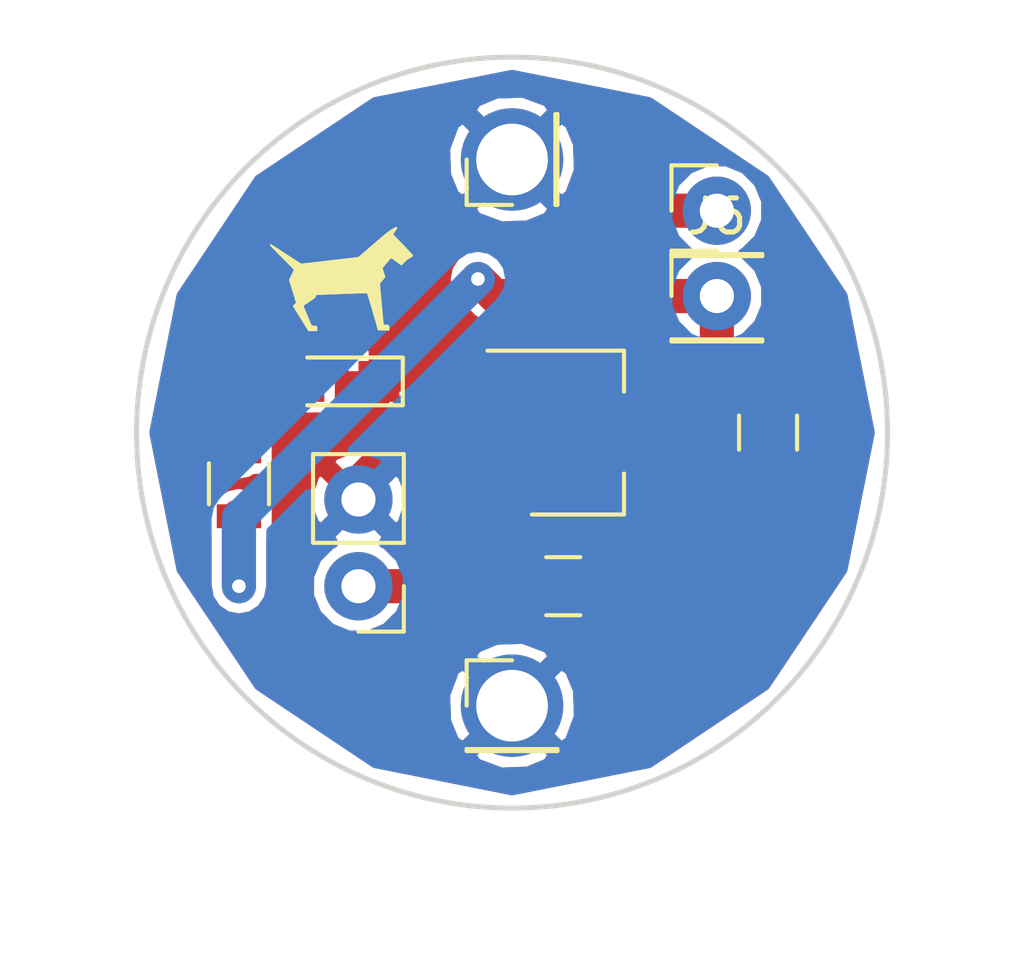
<source format=kicad_pcb>
(kicad_pcb (version 4) (host pcbnew 4.0.7-e2-6376~58~ubuntu16.04.1)

  (general
    (links 15)
    (no_connects 0)
    (area -11.075001 -10.075001 11.075001 12.075001)
    (thickness 1.6)
    (drawings 1)
    (tracks 28)
    (zones 0)
    (modules 11)
    (nets 5)
  )

  (page A4)
  (layers
    (0 F.Cu signal)
    (31 B.Cu signal)
    (32 B.Adhes user)
    (33 F.Adhes user)
    (34 B.Paste user)
    (35 F.Paste user)
    (36 B.SilkS user)
    (37 F.SilkS user)
    (38 B.Mask user)
    (39 F.Mask user)
    (40 Dwgs.User user)
    (41 Cmts.User user)
    (42 Eco1.User user)
    (43 Eco2.User user)
    (44 Edge.Cuts user)
    (45 Margin user)
    (46 B.CrtYd user)
    (47 F.CrtYd user)
    (48 B.Fab user)
    (49 F.Fab user)
  )

  (setup
    (last_trace_width 0.25)
    (user_trace_width 1)
    (trace_clearance 0.2)
    (zone_clearance 0.3)
    (zone_45_only no)
    (trace_min 0.2)
    (segment_width 0.2)
    (edge_width 0.15)
    (via_size 0.6)
    (via_drill 0.4)
    (via_min_size 0.4)
    (via_min_drill 0.3)
    (uvia_size 0.3)
    (uvia_drill 0.1)
    (uvias_allowed no)
    (uvia_min_size 0.2)
    (uvia_min_drill 0.1)
    (pcb_text_width 0.3)
    (pcb_text_size 1.5 1.5)
    (mod_edge_width 0.15)
    (mod_text_size 1 1)
    (mod_text_width 0.15)
    (pad_size 2 2)
    (pad_drill 1)
    (pad_to_mask_clearance 0.2)
    (aux_axis_origin 0 0)
    (visible_elements FFFFFF5F)
    (pcbplotparams
      (layerselection 0x01000_00000001)
      (usegerberextensions true)
      (excludeedgelayer true)
      (linewidth 0.100000)
      (plotframeref false)
      (viasonmask false)
      (mode 1)
      (useauxorigin false)
      (hpglpennumber 1)
      (hpglpenspeed 20)
      (hpglpendiameter 15)
      (hpglpenoverlay 2)
      (psnegative false)
      (psa4output false)
      (plotreference true)
      (plotvalue true)
      (plotinvisibletext false)
      (padsonsilk false)
      (subtractmaskfromsilk false)
      (outputformat 1)
      (mirror false)
      (drillshape 0)
      (scaleselection 1)
      (outputdirectory NEWGerbers_rotate90_thruVCC/))
  )

  (net 0 "")
  (net 1 VCC)
  (net 2 GND)
  (net 3 "Net-(C2-Pad1)")
  (net 4 "Net-(D1-Pad2)")

  (net_class Default "This is the default net class."
    (clearance 0.2)
    (trace_width 0.25)
    (via_dia 0.6)
    (via_drill 0.4)
    (uvia_dia 0.3)
    (uvia_drill 0.1)
    (add_net GND)
    (add_net "Net-(C2-Pad1)")
    (add_net "Net-(D1-Pad2)")
    (add_net VCC)
  )

  (module Pin_Headers:Pin_Header_Straight_1x02_Pitch2.54mm (layer F.Cu) (tedit 5A1D6291) (tstamp 5A0763B8)
    (at -4.5 5.5 180)
    (descr "Through hole straight pin header, 1x02, 2.54mm pitch, single row")
    (tags "Through hole pin header THT 1x02 2.54mm single row")
    (path /5A076339)
    (fp_text reference J1 (at 0 -2.33 180) (layer F.SilkS) hide
      (effects (font (size 1 1) (thickness 0.15)))
    )
    (fp_text value Conn_01x02 (at 0 4.87 180) (layer F.Fab)
      (effects (font (size 1 1) (thickness 0.15)))
    )
    (fp_line (start -0.635 -1.27) (end 1.27 -1.27) (layer F.Fab) (width 0.1))
    (fp_line (start 1.27 -1.27) (end 1.27 3.81) (layer F.Fab) (width 0.1))
    (fp_line (start 1.27 3.81) (end -1.27 3.81) (layer F.Fab) (width 0.1))
    (fp_line (start -1.27 3.81) (end -1.27 -0.635) (layer F.Fab) (width 0.1))
    (fp_line (start -1.27 -0.635) (end -0.635 -1.27) (layer F.Fab) (width 0.1))
    (fp_line (start -1.33 3.87) (end 1.33 3.87) (layer F.SilkS) (width 0.12))
    (fp_line (start -1.33 1.27) (end -1.33 3.87) (layer F.SilkS) (width 0.12))
    (fp_line (start 1.33 1.27) (end 1.33 3.87) (layer F.SilkS) (width 0.12))
    (fp_line (start -1.33 1.27) (end 1.33 1.27) (layer F.SilkS) (width 0.12))
    (fp_line (start -1.33 0) (end -1.33 -1.33) (layer F.SilkS) (width 0.12))
    (fp_line (start -1.33 -1.33) (end 0 -1.33) (layer F.SilkS) (width 0.12))
    (fp_line (start -1.8 -1.8) (end -1.8 4.35) (layer F.CrtYd) (width 0.05))
    (fp_line (start -1.8 4.35) (end 1.8 4.35) (layer F.CrtYd) (width 0.05))
    (fp_line (start 1.8 4.35) (end 1.8 -1.8) (layer F.CrtYd) (width 0.05))
    (fp_line (start 1.8 -1.8) (end -1.8 -1.8) (layer F.CrtYd) (width 0.05))
    (fp_text user %R (at 0 1.27 270) (layer F.Fab)
      (effects (font (size 1 1) (thickness 0.15)))
    )
    (pad 1 thru_hole circle (at 0 0 180) (size 2 2) (drill 1) (layers *.Cu *.Mask)
      (net 1 VCC))
    (pad 2 thru_hole circle (at 0 2.54 180) (size 2 2) (drill 1) (layers *.Cu *.Mask)
      (net 2 GND))
    (model ${KISYS3DMOD}/Pin_Headers.3dshapes/Pin_Header_Straight_1x02_Pitch2.54mm.wrl
      (at (xyz 0 0 0))
      (scale (xyz 1 1 1))
      (rotate (xyz 0 0 0))
    )
  )

  (module TO_SOT_Packages_SMD:SOT-89-3_Handsoldering (layer F.Cu) (tedit 5A1D629B) (tstamp 5A0763C7)
    (at 1.5 1)
    (descr "SOT-89-3 Handsoldering")
    (tags "SOT-89-3 Handsoldering")
    (path /5A0762C8)
    (attr smd)
    (fp_text reference U1 (at 0.45 -3.3) (layer F.SilkS) hide
      (effects (font (size 1 1) (thickness 0.15)))
    )
    (fp_text value L78L05_SOT89 (at 0.5 3.15) (layer F.Fab)
      (effects (font (size 1 1) (thickness 0.15)))
    )
    (fp_text user %R (at 0.38 0 90) (layer F.Fab)
      (effects (font (size 0.6 0.6) (thickness 0.09)))
    )
    (fp_line (start -3.5 2.55) (end 4.25 2.55) (layer F.CrtYd) (width 0.05))
    (fp_line (start 4.25 2.55) (end 4.25 -2.55) (layer F.CrtYd) (width 0.05))
    (fp_line (start 4.25 -2.55) (end -3.5 -2.55) (layer F.CrtYd) (width 0.05))
    (fp_line (start -3.5 -2.55) (end -3.5 2.55) (layer F.CrtYd) (width 0.05))
    (fp_line (start 1.78 1.2) (end 1.78 2.4) (layer F.SilkS) (width 0.12))
    (fp_line (start 1.78 2.4) (end -0.92 2.4) (layer F.SilkS) (width 0.12))
    (fp_line (start -2.22 -2.4) (end 1.78 -2.4) (layer F.SilkS) (width 0.12))
    (fp_line (start 1.78 -2.4) (end 1.78 -1.2) (layer F.SilkS) (width 0.12))
    (fp_line (start -0.92 -1.51) (end -0.13 -2.3) (layer F.Fab) (width 0.1))
    (fp_line (start 1.68 -2.3) (end 1.68 2.3) (layer F.Fab) (width 0.1))
    (fp_line (start 1.68 2.3) (end -0.92 2.3) (layer F.Fab) (width 0.1))
    (fp_line (start -0.92 2.3) (end -0.92 -1.51) (layer F.Fab) (width 0.1))
    (fp_line (start -0.13 -2.3) (end 1.68 -2.3) (layer F.Fab) (width 0.1))
    (pad 1 smd rect (at -1.98 -1.5 270) (size 1 2.5) (layers F.Cu F.Paste F.Mask)
      (net 3 "Net-(C2-Pad1)"))
    (pad 2 smd rect (at -1.98 0 270) (size 1 2.5) (layers F.Cu F.Paste F.Mask)
      (net 2 GND))
    (pad 3 smd rect (at -1.98 1.5 270) (size 1 2.5) (layers F.Cu F.Paste F.Mask)
      (net 1 VCC))
    (pad 2 smd rect (at 1.98 0 270) (size 2 4) (layers F.Cu F.Paste F.Mask)
      (net 2 GND))
    (pad 2 smd trapezoid (at -0.37 0 90) (size 1.5 0.75) (rect_delta 0 0.5 ) (layers F.Cu F.Paste F.Mask)
      (net 2 GND))
    (model ${KISYS3DMOD}/TO_SOT_Packages_SMD.3dshapes/SOT-89-3.wrl
      (at (xyz 0 0 0))
      (scale (xyz 1 1 1))
      (rotate (xyz 0 0 0))
    )
  )

  (module Pin_Headers:Pin_Header_Straight_1x01_Pitch2.54mm (layer F.Cu) (tedit 5A1D6268) (tstamp 5A09ABE2)
    (at 0 -7 90)
    (descr "Through hole straight pin header, 1x01, 2.54mm pitch, single row")
    (tags "Through hole pin header THT 1x01 2.54mm single row")
    (path /5A09ABCE)
    (fp_text reference J3 (at 0 -2.33 90) (layer F.SilkS) hide
      (effects (font (size 1 1) (thickness 0.15)))
    )
    (fp_text value Conn_01x01 (at 0 2.33 90) (layer F.Fab)
      (effects (font (size 1 1) (thickness 0.15)))
    )
    (fp_line (start -0.635 -1.27) (end 1.27 -1.27) (layer F.Fab) (width 0.1))
    (fp_line (start 1.27 -1.27) (end 1.27 1.27) (layer F.Fab) (width 0.1))
    (fp_line (start 1.27 1.27) (end -1.27 1.27) (layer F.Fab) (width 0.1))
    (fp_line (start -1.27 1.27) (end -1.27 -0.635) (layer F.Fab) (width 0.1))
    (fp_line (start -1.27 -0.635) (end -0.635 -1.27) (layer F.Fab) (width 0.1))
    (fp_line (start -1.33 1.33) (end 1.33 1.33) (layer F.SilkS) (width 0.12))
    (fp_line (start -1.33 1.27) (end -1.33 1.33) (layer F.SilkS) (width 0.12))
    (fp_line (start 1.33 1.27) (end 1.33 1.33) (layer F.SilkS) (width 0.12))
    (fp_line (start -1.33 1.27) (end 1.33 1.27) (layer F.SilkS) (width 0.12))
    (fp_line (start -1.33 0) (end -1.33 -1.33) (layer F.SilkS) (width 0.12))
    (fp_line (start -1.33 -1.33) (end 0 -1.33) (layer F.SilkS) (width 0.12))
    (fp_line (start -1.8 -1.8) (end -1.8 1.8) (layer F.CrtYd) (width 0.05))
    (fp_line (start -1.8 1.8) (end 1.8 1.8) (layer F.CrtYd) (width 0.05))
    (fp_line (start 1.8 1.8) (end 1.8 -1.8) (layer F.CrtYd) (width 0.05))
    (fp_line (start 1.8 -1.8) (end -1.8 -1.8) (layer F.CrtYd) (width 0.05))
    (fp_text user %R (at 0 0 180) (layer F.Fab)
      (effects (font (size 1 1) (thickness 0.15)))
    )
    (pad 1 thru_hole circle (at 0 0 90) (size 3 3) (drill 2.1) (layers *.Cu *.Mask)
      (net 2 GND))
    (model ${KISYS3DMOD}/Pin_Headers.3dshapes/Pin_Header_Straight_1x01_Pitch2.54mm.wrl
      (at (xyz 0 0 0))
      (scale (xyz 1 1 1))
      (rotate (xyz 0 0 0))
    )
  )

  (module Pin_Headers:Pin_Header_Straight_1x01_Pitch2.54mm (layer F.Cu) (tedit 5A1D62C2) (tstamp 5A09ABE7)
    (at 0 9)
    (descr "Through hole straight pin header, 1x01, 2.54mm pitch, single row")
    (tags "Through hole pin header THT 1x01 2.54mm single row")
    (path /5A09ABB1)
    (fp_text reference J4 (at 0 -2.33) (layer F.SilkS) hide
      (effects (font (size 1 1) (thickness 0.15)))
    )
    (fp_text value Conn_01x01 (at 0 2.33) (layer F.Fab)
      (effects (font (size 1 1) (thickness 0.15)))
    )
    (fp_line (start -0.635 -1.27) (end 1.27 -1.27) (layer F.Fab) (width 0.1))
    (fp_line (start 1.27 -1.27) (end 1.27 1.27) (layer F.Fab) (width 0.1))
    (fp_line (start 1.27 1.27) (end -1.27 1.27) (layer F.Fab) (width 0.1))
    (fp_line (start -1.27 1.27) (end -1.27 -0.635) (layer F.Fab) (width 0.1))
    (fp_line (start -1.27 -0.635) (end -0.635 -1.27) (layer F.Fab) (width 0.1))
    (fp_line (start -1.33 1.33) (end 1.33 1.33) (layer F.SilkS) (width 0.12))
    (fp_line (start -1.33 1.27) (end -1.33 1.33) (layer F.SilkS) (width 0.12))
    (fp_line (start 1.33 1.27) (end 1.33 1.33) (layer F.SilkS) (width 0.12))
    (fp_line (start -1.33 1.27) (end 1.33 1.27) (layer F.SilkS) (width 0.12))
    (fp_line (start -1.33 0) (end -1.33 -1.33) (layer F.SilkS) (width 0.12))
    (fp_line (start -1.33 -1.33) (end 0 -1.33) (layer F.SilkS) (width 0.12))
    (fp_line (start -1.8 -1.8) (end -1.8 1.8) (layer F.CrtYd) (width 0.05))
    (fp_line (start -1.8 1.8) (end 1.8 1.8) (layer F.CrtYd) (width 0.05))
    (fp_line (start 1.8 1.8) (end 1.8 -1.8) (layer F.CrtYd) (width 0.05))
    (fp_line (start 1.8 -1.8) (end -1.8 -1.8) (layer F.CrtYd) (width 0.05))
    (fp_text user %R (at 0 0 90) (layer F.Fab)
      (effects (font (size 1 1) (thickness 0.15)))
    )
    (pad 1 thru_hole circle (at 0 0) (size 3 3) (drill 2.1) (layers *.Cu *.Mask)
      (net 2 GND))
    (model ${KISYS3DMOD}/Pin_Headers.3dshapes/Pin_Header_Straight_1x01_Pitch2.54mm.wrl
      (at (xyz 0 0 0))
      (scale (xyz 1 1 1))
      (rotate (xyz 0 0 0))
    )
  )

  (module Pin_Headers:Pin_Header_Straight_1x01_Pitch2.54mm (layer F.Cu) (tedit 5A1D644F) (tstamp 5A09AE84)
    (at 6 -5.5)
    (descr "Through hole straight pin header, 1x01, 2.54mm pitch, single row")
    (tags "Through hole pin header THT 1x01 2.54mm single row")
    (path /5A09AE36)
    (fp_text reference J5 (at 0 -2.33) (layer F.SilkS) hide
      (effects (font (size 1 1) (thickness 0.15)))
    )
    (fp_text value Conn_01x01 (at 0 2.33) (layer F.Fab)
      (effects (font (size 1 1) (thickness 0.15)))
    )
    (fp_line (start -0.635 -1.27) (end 1.27 -1.27) (layer F.Fab) (width 0.1))
    (fp_line (start 1.27 -1.27) (end 1.27 1.27) (layer F.Fab) (width 0.1))
    (fp_line (start 1.27 1.27) (end -1.27 1.27) (layer F.Fab) (width 0.1))
    (fp_line (start -1.27 1.27) (end -1.27 -0.635) (layer F.Fab) (width 0.1))
    (fp_line (start -1.27 -0.635) (end -0.635 -1.27) (layer F.Fab) (width 0.1))
    (fp_line (start -1.33 1.33) (end 1.33 1.33) (layer F.SilkS) (width 0.12))
    (fp_line (start -1.33 1.27) (end -1.33 1.33) (layer F.SilkS) (width 0.12))
    (fp_line (start 1.33 1.27) (end 1.33 1.33) (layer F.SilkS) (width 0.12))
    (fp_line (start -1.33 1.27) (end 1.33 1.27) (layer F.SilkS) (width 0.12))
    (fp_line (start -1.33 0) (end -1.33 -1.33) (layer F.SilkS) (width 0.12))
    (fp_line (start -1.33 -1.33) (end 0 -1.33) (layer F.SilkS) (width 0.12))
    (fp_line (start -1.8 -1.8) (end -1.8 1.8) (layer F.CrtYd) (width 0.05))
    (fp_line (start -1.8 1.8) (end 1.8 1.8) (layer F.CrtYd) (width 0.05))
    (fp_line (start 1.8 1.8) (end 1.8 -1.8) (layer F.CrtYd) (width 0.05))
    (fp_line (start 1.8 -1.8) (end -1.8 -1.8) (layer F.CrtYd) (width 0.05))
    (fp_text user %R (at 0 0 90) (layer F.Fab)
      (effects (font (size 1 1) (thickness 0.15)))
    )
    (pad 1 thru_hole circle (at 0 0) (size 2 2) (drill 1) (layers *.Cu *.Mask)
      (net 3 "Net-(C2-Pad1)"))
    (model ${KISYS3DMOD}/Pin_Headers.3dshapes/Pin_Header_Straight_1x01_Pitch2.54mm.wrl
      (at (xyz 0 0 0))
      (scale (xyz 1 1 1))
      (rotate (xyz 0 0 0))
    )
  )

  (module Pin_Headers:Pin_Header_Straight_1x01_Pitch2.54mm (layer F.Cu) (tedit 5A09AEB6) (tstamp 5A09AE89)
    (at 6 -3)
    (descr "Through hole straight pin header, 1x01, 2.54mm pitch, single row")
    (tags "Through hole pin header THT 1x01 2.54mm single row")
    (path /5A09AE57)
    (fp_text reference J6 (at 0 -2.33) (layer F.SilkS)
      (effects (font (size 1 1) (thickness 0.15)))
    )
    (fp_text value Conn_01x01 (at 0 2.33) (layer F.Fab)
      (effects (font (size 1 1) (thickness 0.15)))
    )
    (fp_line (start -0.635 -1.27) (end 1.27 -1.27) (layer F.Fab) (width 0.1))
    (fp_line (start 1.27 -1.27) (end 1.27 1.27) (layer F.Fab) (width 0.1))
    (fp_line (start 1.27 1.27) (end -1.27 1.27) (layer F.Fab) (width 0.1))
    (fp_line (start -1.27 1.27) (end -1.27 -0.635) (layer F.Fab) (width 0.1))
    (fp_line (start -1.27 -0.635) (end -0.635 -1.27) (layer F.Fab) (width 0.1))
    (fp_line (start -1.33 1.33) (end 1.33 1.33) (layer F.SilkS) (width 0.12))
    (fp_line (start -1.33 1.27) (end -1.33 1.33) (layer F.SilkS) (width 0.12))
    (fp_line (start 1.33 1.27) (end 1.33 1.33) (layer F.SilkS) (width 0.12))
    (fp_line (start -1.33 1.27) (end 1.33 1.27) (layer F.SilkS) (width 0.12))
    (fp_line (start -1.33 0) (end -1.33 -1.33) (layer F.SilkS) (width 0.12))
    (fp_line (start -1.33 -1.33) (end 0 -1.33) (layer F.SilkS) (width 0.12))
    (fp_line (start -1.8 -1.8) (end -1.8 1.8) (layer F.CrtYd) (width 0.05))
    (fp_line (start -1.8 1.8) (end 1.8 1.8) (layer F.CrtYd) (width 0.05))
    (fp_line (start 1.8 1.8) (end 1.8 -1.8) (layer F.CrtYd) (width 0.05))
    (fp_line (start 1.8 -1.8) (end -1.8 -1.8) (layer F.CrtYd) (width 0.05))
    (fp_text user %R (at 0 0 90) (layer F.Fab)
      (effects (font (size 1 1) (thickness 0.15)))
    )
    (pad 1 thru_hole circle (at 0 0) (size 2 2) (drill 1) (layers *.Cu *.Mask)
      (net 3 "Net-(C2-Pad1)"))
    (model ${KISYS3DMOD}/Pin_Headers.3dshapes/Pin_Header_Straight_1x01_Pitch2.54mm.wrl
      (at (xyz 0 0 0))
      (scale (xyz 1 1 1))
      (rotate (xyz 0 0 0))
    )
  )

  (module Kicad_Projects:doglogov3 (layer F.Cu) (tedit 0) (tstamp 5A1C8CFA)
    (at -5 -3.5)
    (fp_text reference G*** (at 0 0) (layer F.SilkS) hide
      (effects (font (thickness 0.3)))
    )
    (fp_text value LOGO (at 0.75 0) (layer F.SilkS) hide
      (effects (font (thickness 0.3)))
    )
    (fp_poly (pts (xy 1.627198 -1.519824) (xy 1.630104 -1.517074) (xy 1.63328 -1.510753) (xy 1.633329 -1.50217)
      (xy 1.62978 -1.490332) (xy 1.62216 -1.474243) (xy 1.61 -1.452908) (xy 1.592827 -1.425332)
      (xy 1.57017 -1.39052) (xy 1.570142 -1.390477) (xy 1.515343 -1.307365) (xy 1.713326 -1.101993)
      (xy 1.779395 -1.033372) (xy 1.838541 -0.971759) (xy 1.890972 -0.916929) (xy 1.936901 -0.868656)
      (xy 1.976536 -0.826714) (xy 2.01009 -0.790879) (xy 2.037772 -0.760924) (xy 2.059792 -0.736624)
      (xy 2.076362 -0.717754) (xy 2.087692 -0.704089) (xy 2.093992 -0.695402) (xy 2.095304 -0.692902)
      (xy 2.097487 -0.685794) (xy 2.097572 -0.679281) (xy 2.094677 -0.672641) (xy 2.08792 -0.665148)
      (xy 2.07642 -0.656079) (xy 2.059295 -0.644708) (xy 2.035663 -0.630312) (xy 2.004642 -0.612166)
      (xy 1.979108 -0.597448) (xy 1.948265 -0.578414) (xy 1.919807 -0.557771) (xy 1.891784 -0.53384)
      (xy 1.862243 -0.504943) (xy 1.829236 -0.469402) (xy 1.825922 -0.465702) (xy 1.807933 -0.445902)
      (xy 1.791892 -0.428881) (xy 1.779199 -0.416079) (xy 1.771257 -0.408937) (xy 1.76977 -0.408004)
      (xy 1.763679 -0.406756) (xy 1.756191 -0.407818) (xy 1.746277 -0.411793) (xy 1.732903 -0.419286)
      (xy 1.715039 -0.430899) (xy 1.691652 -0.447238) (xy 1.661712 -0.468905) (xy 1.64592 -0.480485)
      (xy 1.607896 -0.50827) (xy 1.572209 -0.534017) (xy 1.539771 -0.557091) (xy 1.511493 -0.576857)
      (xy 1.488287 -0.592681) (xy 1.471065 -0.603927) (xy 1.460737 -0.609961) (xy 1.45886 -0.610742)
      (xy 1.453184 -0.607458) (xy 1.441368 -0.59619) (xy 1.423469 -0.577002) (xy 1.399545 -0.54996)
      (xy 1.369655 -0.51513) (xy 1.333856 -0.472578) (xy 1.292206 -0.422368) (xy 1.286347 -0.415261)
      (xy 1.203675 -0.314901) (xy 1.244457 -0.189019) (xy 1.255423 -0.155019) (xy 1.265274 -0.124184)
      (xy 1.273594 -0.097838) (xy 1.279969 -0.077301) (xy 1.283985 -0.063897) (xy 1.28524 -0.059012)
      (xy 1.282155 -0.053915) (xy 1.273614 -0.042403) (xy 1.260682 -0.025848) (xy 1.244429 -0.005624)
      (xy 1.23063 0.011214) (xy 1.210232 0.035904) (xy 1.190006 0.060386) (xy 1.171737 0.0825)
      (xy 1.157209 0.100087) (xy 1.151633 0.106837) (xy 1.127246 0.13636) (xy 1.165703 0.56221)
      (xy 1.176018 0.676269) (xy 1.185464 0.780397) (xy 1.19406 0.874783) (xy 1.201822 0.959618)
      (xy 1.20877 1.035092) (xy 1.21492 1.101394) (xy 1.22029 1.158715) (xy 1.224899 1.207244)
      (xy 1.228764 1.247171) (xy 1.231903 1.278686) (xy 1.234333 1.30198) (xy 1.236073 1.317242)
      (xy 1.23699 1.323859) (xy 1.239698 1.339618) (xy 1.297607 1.34247) (xy 1.333958 1.345183)
      (xy 1.36181 1.350062) (xy 1.382091 1.358265) (xy 1.395726 1.370949) (xy 1.403643 1.38927)
      (xy 1.406769 1.414386) (xy 1.40603 1.447453) (xy 1.403797 1.475029) (xy 1.400506 1.509879)
      (xy 1.255243 1.50656) (xy 1.216903 1.50561) (xy 1.181093 1.504581) (xy 1.1493 1.503528)
      (xy 1.123012 1.502504) (xy 1.103716 1.501563) (xy 1.092899 1.500759) (xy 1.0922 1.500668)
      (xy 1.07442 1.498094) (xy 1.006146 1.260857) (xy 0.976492 1.157949) (xy 0.949383 1.064161)
      (xy 0.924623 0.978826) (xy 0.902016 0.901281) (xy 0.881367 0.83086) (xy 0.862478 0.7669)
      (xy 0.845156 0.708734) (xy 0.829204 0.6557) (xy 0.814425 0.607131) (xy 0.800626 0.562364)
      (xy 0.796752 0.54991) (xy 0.755182 0.41656) (xy 0.690845 0.41656) (xy 0.671543 0.416753)
      (xy 0.642924 0.417314) (xy 0.605823 0.418214) (xy 0.561075 0.419424) (xy 0.509515 0.420914)
      (xy 0.451979 0.422656) (xy 0.3893 0.42462) (xy 0.322315 0.426777) (xy 0.251859 0.429099)
      (xy 0.178766 0.431555) (xy 0.103871 0.434118) (xy 0.028011 0.436758) (xy -0.047981 0.439446)
      (xy -0.123269 0.442153) (xy -0.197018 0.444849) (xy -0.268392 0.447507) (xy -0.336558 0.450096)
      (xy -0.400679 0.452588) (xy -0.459921 0.454953) (xy -0.513448 0.457163) (xy -0.560426 0.459188)
      (xy -0.600019 0.461) (xy -0.631393 0.462569) (xy -0.632361 0.46262) (xy -0.66373 0.464542)
      (xy -0.691816 0.466719) (xy -0.714965 0.468987) (xy -0.731529 0.471179) (xy -0.739855 0.473133)
      (xy -0.740311 0.473411) (xy -0.745273 0.482243) (xy -0.746872 0.492112) (xy -0.751954 0.516492)
      (xy -0.766241 0.541068) (xy -0.788897 0.564505) (xy -0.795709 0.569982) (xy -0.807188 0.578351)
      (xy -0.825876 0.591458) (xy -0.850509 0.608438) (xy -0.879819 0.628427) (xy -0.912541 0.650559)
      (xy -0.94741 0.67397) (xy -0.968696 0.688177) (xy -1.111891 0.783541) (xy -1.101645 0.8096)
      (xy -1.090813 0.836822) (xy -1.076627 0.871961) (xy -1.059682 0.913574) (xy -1.040571 0.960216)
      (xy -1.019888 1.010444) (xy -0.998229 1.062814) (xy -0.976186 1.115881) (xy -0.954354 1.168202)
      (xy -0.940472 1.20133) (xy -0.919513 1.250748) (xy -0.902031 1.290855) (xy -0.887933 1.321849)
      (xy -0.877125 1.343931) (xy -0.869514 1.357301) (xy -0.865189 1.362104) (xy -0.856574 1.363901)
      (xy -0.840303 1.366173) (xy -0.818852 1.368604) (xy -0.798789 1.370526) (xy -0.765279 1.374174)
      (xy -0.740699 1.379257) (xy -0.723822 1.387133) (xy -0.713418 1.39916) (xy -0.708258 1.416695)
      (xy -0.707113 1.441097) (xy -0.708515 1.470261) (xy -0.712178 1.524) (xy -0.963515 1.524)
      (xy -1.189148 1.162358) (xy -1.223551 1.107161) (xy -1.256401 1.05435) (xy -1.287297 1.004573)
      (xy -1.315842 0.958476) (xy -1.341637 0.916708) (xy -1.364284 0.879913) (xy -1.383383 0.848741)
      (xy -1.398537 0.823838) (xy -1.409346 0.80585) (xy -1.415413 0.795426) (xy -1.416619 0.793041)
      (xy -1.413746 0.786449) (xy -1.404132 0.774507) (xy -1.388819 0.758401) (xy -1.371683 0.741933)
      (xy -1.32491 0.6985) (xy -1.426995 0.36718) (xy -1.444207 0.311219) (xy -1.460507 0.258029)
      (xy -1.475651 0.208418) (xy -1.489396 0.163194) (xy -1.501497 0.123165) (xy -1.511711 0.089141)
      (xy -1.519793 0.06193) (xy -1.525499 0.04234) (xy -1.528586 0.031179) (xy -1.52908 0.02889)
      (xy -1.526927 0.022728) (xy -1.520832 0.00863) (xy -1.511342 -0.012225) (xy -1.499004 -0.038658)
      (xy -1.484363 -0.069492) (xy -1.467968 -0.103546) (xy -1.461281 -0.11731) (xy -1.444209 -0.152448)
      (xy -1.428499 -0.184932) (xy -1.414728 -0.213558) (xy -1.403473 -0.23712) (xy -1.395312 -0.254412)
      (xy -1.390823 -0.264228) (xy -1.390208 -0.265725) (xy -1.391065 -0.268728) (xy -1.395054 -0.274639)
      (xy -1.402516 -0.283813) (xy -1.413793 -0.296605) (xy -1.429226 -0.313371) (xy -1.449156 -0.334465)
      (xy -1.473924 -0.360244) (xy -1.503873 -0.391063) (xy -1.539343 -0.427277) (xy -1.580675 -0.469241)
      (xy -1.628212 -0.517312) (xy -1.682295 -0.571844) (xy -1.740286 -0.630199) (xy -1.798931 -0.689191)
      (xy -1.850795 -0.741426) (xy -1.896281 -0.78733) (xy -1.935795 -0.827327) (xy -1.969741 -0.861843)
      (xy -1.998525 -0.891302) (xy -2.022552 -0.916129) (xy -2.042225 -0.93675) (xy -2.05795 -0.953589)
      (xy -2.070132 -0.967071) (xy -2.079176 -0.977623) (xy -2.085486 -0.985667) (xy -2.089468 -0.99163)
      (xy -2.091525 -0.995937) (xy -2.092063 -0.999012) (xy -2.092029 -0.999475) (xy -2.088359 -1.010402)
      (xy -2.078765 -1.014767) (xy -2.07679 -1.015035) (xy -2.072803 -1.014913) (xy -2.067355 -1.013569)
      (xy -2.059993 -1.01072) (xy -2.050264 -1.006083) (xy -2.037714 -0.999373) (xy -2.021891 -0.990306)
      (xy -2.002341 -0.9786) (xy -1.978611 -0.963969) (xy -1.950247 -0.946131) (xy -1.916796 -0.924802)
      (xy -1.877805 -0.899698) (xy -1.832821 -0.870534) (xy -1.781391 -0.837028) (xy -1.72306 -0.798896)
      (xy -1.657376 -0.755854) (xy -1.583886 -0.707617) (xy -1.54686 -0.683295) (xy -1.506543 -0.656925)
      (xy -1.46396 -0.629285) (xy -1.420397 -0.601194) (xy -1.377141 -0.573472) (xy -1.335478 -0.546936)
      (xy -1.296695 -0.522405) (xy -1.262079 -0.500697) (xy -1.232916 -0.482632) (xy -1.210494 -0.469027)
      (xy -1.204277 -0.465354) (xy -1.171573 -0.446241) (xy -1.097597 -0.454513) (xy -1.052739 -0.459556)
      (xy -1.001131 -0.465405) (xy -0.94347 -0.471979) (xy -0.880454 -0.479195) (xy -0.812779 -0.486973)
      (xy -0.741142 -0.495232) (xy -0.666241 -0.503888) (xy -0.588772 -0.512862) (xy -0.509432 -0.522072)
      (xy -0.428919 -0.531435) (xy -0.347929 -0.540871) (xy -0.267161 -0.550298) (xy -0.187309 -0.559634)
      (xy -0.109073 -0.568798) (xy -0.033148 -0.577709) (xy 0.039768 -0.586285) (xy 0.108979 -0.594444)
      (xy 0.173786 -0.602105) (xy 0.233493 -0.609187) (xy 0.287404 -0.615607) (xy 0.33482 -0.621285)
      (xy 0.375046 -0.626138) (xy 0.407383 -0.630086) (xy 0.431135 -0.633047) (xy 0.445605 -0.634939)
      (xy 0.44704 -0.635141) (xy 0.465012 -0.637604) (xy 0.479322 -0.639353) (xy 0.486366 -0.63998)
      (xy 0.492554 -0.642695) (xy 0.504635 -0.650822) (xy 0.522765 -0.664492) (xy 0.547099 -0.683836)
      (xy 0.577793 -0.708984) (xy 0.615004 -0.740068) (xy 0.658887 -0.777218) (xy 0.709598 -0.820565)
      (xy 0.767292 -0.87024) (xy 0.832127 -0.926374) (xy 0.904257 -0.989097) (xy 0.9525 -1.031169)
      (xy 1.020176 -1.090156) (xy 1.080911 -1.142867) (xy 1.135334 -1.189799) (xy 1.184077 -1.231447)
      (xy 1.227772 -1.268306) (xy 1.26705 -1.300874) (xy 1.302542 -1.329647) (xy 1.33488 -1.355119)
      (xy 1.364695 -1.377788) (xy 1.392618 -1.398149) (xy 1.419281 -1.416699) (xy 1.445316 -1.433933)
      (xy 1.471353 -1.450348) (xy 1.498024 -1.46644) (xy 1.52596 -1.482704) (xy 1.530621 -1.485373)
      (xy 1.562338 -1.502845) (xy 1.586834 -1.514701) (xy 1.605129 -1.521266) (xy 1.618243 -1.522865)
      (xy 1.627198 -1.519824)) (layer F.SilkS) (width 0.01))
  )

  (module Capacitors_SMD:C_0805 (layer F.Cu) (tedit 5A1D62B7) (tstamp 5A1D5C3F)
    (at 1.5 5.5)
    (descr "Capacitor SMD 0805, reflow soldering, AVX (see smccp.pdf)")
    (tags "capacitor 0805")
    (path /5A1D5883)
    (attr smd)
    (fp_text reference C1 (at 0 -1.5) (layer F.SilkS) hide
      (effects (font (size 1 1) (thickness 0.15)))
    )
    (fp_text value C (at 0 1.75) (layer F.Fab)
      (effects (font (size 1 1) (thickness 0.15)))
    )
    (fp_text user %R (at 0 -1.5) (layer F.Fab)
      (effects (font (size 1 1) (thickness 0.15)))
    )
    (fp_line (start -1 0.62) (end -1 -0.62) (layer F.Fab) (width 0.1))
    (fp_line (start 1 0.62) (end -1 0.62) (layer F.Fab) (width 0.1))
    (fp_line (start 1 -0.62) (end 1 0.62) (layer F.Fab) (width 0.1))
    (fp_line (start -1 -0.62) (end 1 -0.62) (layer F.Fab) (width 0.1))
    (fp_line (start 0.5 -0.85) (end -0.5 -0.85) (layer F.SilkS) (width 0.12))
    (fp_line (start -0.5 0.85) (end 0.5 0.85) (layer F.SilkS) (width 0.12))
    (fp_line (start -1.75 -0.88) (end 1.75 -0.88) (layer F.CrtYd) (width 0.05))
    (fp_line (start -1.75 -0.88) (end -1.75 0.87) (layer F.CrtYd) (width 0.05))
    (fp_line (start 1.75 0.87) (end 1.75 -0.88) (layer F.CrtYd) (width 0.05))
    (fp_line (start 1.75 0.87) (end -1.75 0.87) (layer F.CrtYd) (width 0.05))
    (pad 1 smd rect (at -1 0) (size 1 1.25) (layers F.Cu F.Paste F.Mask)
      (net 1 VCC))
    (pad 2 smd rect (at 1 0) (size 1 1.25) (layers F.Cu F.Paste F.Mask)
      (net 2 GND))
    (model Capacitors_SMD.3dshapes/C_0805.wrl
      (at (xyz 0 0 0))
      (scale (xyz 1 1 1))
      (rotate (xyz 0 0 0))
    )
  )

  (module Capacitors_SMD:C_0805 (layer F.Cu) (tedit 5A1D62AD) (tstamp 5A1D5C45)
    (at 7.5 1 270)
    (descr "Capacitor SMD 0805, reflow soldering, AVX (see smccp.pdf)")
    (tags "capacitor 0805")
    (path /5A1D5D19)
    (attr smd)
    (fp_text reference C2 (at 0 -1.5 270) (layer F.SilkS) hide
      (effects (font (size 1 1) (thickness 0.15)))
    )
    (fp_text value C (at 0 1.75 270) (layer F.Fab)
      (effects (font (size 1 1) (thickness 0.15)))
    )
    (fp_text user %R (at 0 -1.5 270) (layer F.Fab)
      (effects (font (size 1 1) (thickness 0.15)))
    )
    (fp_line (start -1 0.62) (end -1 -0.62) (layer F.Fab) (width 0.1))
    (fp_line (start 1 0.62) (end -1 0.62) (layer F.Fab) (width 0.1))
    (fp_line (start 1 -0.62) (end 1 0.62) (layer F.Fab) (width 0.1))
    (fp_line (start -1 -0.62) (end 1 -0.62) (layer F.Fab) (width 0.1))
    (fp_line (start 0.5 -0.85) (end -0.5 -0.85) (layer F.SilkS) (width 0.12))
    (fp_line (start -0.5 0.85) (end 0.5 0.85) (layer F.SilkS) (width 0.12))
    (fp_line (start -1.75 -0.88) (end 1.75 -0.88) (layer F.CrtYd) (width 0.05))
    (fp_line (start -1.75 -0.88) (end -1.75 0.87) (layer F.CrtYd) (width 0.05))
    (fp_line (start 1.75 0.87) (end 1.75 -0.88) (layer F.CrtYd) (width 0.05))
    (fp_line (start 1.75 0.87) (end -1.75 0.87) (layer F.CrtYd) (width 0.05))
    (pad 1 smd rect (at -1 0 270) (size 1 1.25) (layers F.Cu F.Paste F.Mask)
      (net 3 "Net-(C2-Pad1)"))
    (pad 2 smd rect (at 1 0 270) (size 1 1.25) (layers F.Cu F.Paste F.Mask)
      (net 2 GND))
    (model Capacitors_SMD.3dshapes/C_0805.wrl
      (at (xyz 0 0 0))
      (scale (xyz 1 1 1))
      (rotate (xyz 0 0 0))
    )
  )

  (module LEDs:LED_0805 (layer F.Cu) (tedit 5A1D62D8) (tstamp 5A1D5C4B)
    (at -5 -0.5 180)
    (descr "LED 0805 smd package")
    (tags "LED led 0805 SMD smd SMT smt smdled SMDLED smtled SMTLED")
    (path /5A1D5942)
    (attr smd)
    (fp_text reference D1 (at 0 -1.45 180) (layer F.SilkS) hide
      (effects (font (size 1 1) (thickness 0.15)))
    )
    (fp_text value LED (at 0 1.55 180) (layer F.Fab)
      (effects (font (size 1 1) (thickness 0.15)))
    )
    (fp_line (start -1.8 -0.7) (end -1.8 0.7) (layer F.SilkS) (width 0.12))
    (fp_line (start -0.4 -0.4) (end -0.4 0.4) (layer F.Fab) (width 0.1))
    (fp_line (start -0.4 0) (end 0.2 -0.4) (layer F.Fab) (width 0.1))
    (fp_line (start 0.2 0.4) (end -0.4 0) (layer F.Fab) (width 0.1))
    (fp_line (start 0.2 -0.4) (end 0.2 0.4) (layer F.Fab) (width 0.1))
    (fp_line (start 1 0.6) (end -1 0.6) (layer F.Fab) (width 0.1))
    (fp_line (start 1 -0.6) (end 1 0.6) (layer F.Fab) (width 0.1))
    (fp_line (start -1 -0.6) (end 1 -0.6) (layer F.Fab) (width 0.1))
    (fp_line (start -1 0.6) (end -1 -0.6) (layer F.Fab) (width 0.1))
    (fp_line (start -1.8 0.7) (end 1 0.7) (layer F.SilkS) (width 0.12))
    (fp_line (start -1.8 -0.7) (end 1 -0.7) (layer F.SilkS) (width 0.12))
    (fp_line (start 1.95 -0.85) (end 1.95 0.85) (layer F.CrtYd) (width 0.05))
    (fp_line (start 1.95 0.85) (end -1.95 0.85) (layer F.CrtYd) (width 0.05))
    (fp_line (start -1.95 0.85) (end -1.95 -0.85) (layer F.CrtYd) (width 0.05))
    (fp_line (start -1.95 -0.85) (end 1.95 -0.85) (layer F.CrtYd) (width 0.05))
    (fp_text user %R (at 0 -1.25 180) (layer F.Fab)
      (effects (font (size 0.4 0.4) (thickness 0.1)))
    )
    (pad 2 smd rect (at 1.1 0) (size 1.2 1.2) (layers F.Cu F.Paste F.Mask)
      (net 4 "Net-(D1-Pad2)"))
    (pad 1 smd rect (at -1.1 0) (size 1.2 1.2) (layers F.Cu F.Paste F.Mask)
      (net 2 GND))
    (model ${KISYS3DMOD}/LEDs.3dshapes/LED_0805.wrl
      (at (xyz 0 0 0))
      (scale (xyz 1 1 1))
      (rotate (xyz 0 0 180))
    )
  )

  (module Resistors_SMD:R_0805 (layer F.Cu) (tedit 5A1D62CD) (tstamp 5A1D5C51)
    (at -8 2.5 90)
    (descr "Resistor SMD 0805, reflow soldering, Vishay (see dcrcw.pdf)")
    (tags "resistor 0805")
    (path /5A1D591D)
    (attr smd)
    (fp_text reference R1 (at 0 -1.65 90) (layer F.SilkS) hide
      (effects (font (size 1 1) (thickness 0.15)))
    )
    (fp_text value R (at 0 1.75 90) (layer F.Fab)
      (effects (font (size 1 1) (thickness 0.15)))
    )
    (fp_text user %R (at 0 0 90) (layer F.Fab)
      (effects (font (size 0.5 0.5) (thickness 0.075)))
    )
    (fp_line (start -1 0.62) (end -1 -0.62) (layer F.Fab) (width 0.1))
    (fp_line (start 1 0.62) (end -1 0.62) (layer F.Fab) (width 0.1))
    (fp_line (start 1 -0.62) (end 1 0.62) (layer F.Fab) (width 0.1))
    (fp_line (start -1 -0.62) (end 1 -0.62) (layer F.Fab) (width 0.1))
    (fp_line (start 0.6 0.88) (end -0.6 0.88) (layer F.SilkS) (width 0.12))
    (fp_line (start -0.6 -0.88) (end 0.6 -0.88) (layer F.SilkS) (width 0.12))
    (fp_line (start -1.55 -0.9) (end 1.55 -0.9) (layer F.CrtYd) (width 0.05))
    (fp_line (start -1.55 -0.9) (end -1.55 0.9) (layer F.CrtYd) (width 0.05))
    (fp_line (start 1.55 0.9) (end 1.55 -0.9) (layer F.CrtYd) (width 0.05))
    (fp_line (start 1.55 0.9) (end -1.55 0.9) (layer F.CrtYd) (width 0.05))
    (pad 1 smd rect (at -0.95 0 90) (size 0.7 1.3) (layers F.Cu F.Paste F.Mask)
      (net 3 "Net-(C2-Pad1)"))
    (pad 2 smd rect (at 0.95 0 90) (size 0.7 1.3) (layers F.Cu F.Paste F.Mask)
      (net 4 "Net-(D1-Pad2)"))
    (model ${KISYS3DMOD}/Resistors_SMD.3dshapes/R_0805.wrl
      (at (xyz 0 0 0))
      (scale (xyz 1 1 1))
      (rotate (xyz 0 0 0))
    )
  )

  (gr_circle (center 0 1) (end -11 1) (layer Edge.Cuts) (width 0.15))

  (segment (start -1.75 5.5) (end 0.5 5.5) (width 1) (layer F.Cu) (net 1))
  (segment (start -0.48 2.5) (end -0.48 3.98) (width 1) (layer F.Cu) (net 1))
  (segment (start -2 5.5) (end -1.75 5.5) (width 1) (layer F.Cu) (net 1) (tstamp 5A09A8F8))
  (segment (start -1.75 5.5) (end -4.5 5.5) (width 1) (layer F.Cu) (net 1) (tstamp 5A1D5CBB))
  (segment (start -0.48 3.98) (end -2 5.5) (width 1) (layer F.Cu) (net 1) (tstamp 5A09A8F7))
  (segment (start -3 1) (end -3.04 1) (width 1) (layer F.Cu) (net 2))
  (segment (start -4.5 2.96) (end -4.5 2.5) (width 1) (layer F.Cu) (net 2))
  (segment (start -4.5 2.5) (end -3 1) (width 1) (layer F.Cu) (net 2) (tstamp 5A09A8FB))
  (segment (start -3 1) (end -0.48 1) (width 1) (layer F.Cu) (net 2) (tstamp 5A09A8FC))
  (segment (start 1.04 -3) (end -0.5 -3) (width 1) (layer F.Cu) (net 3))
  (segment (start -8 5.5) (end -8 3.45) (width 1) (layer F.Cu) (net 3) (tstamp 5A1D5CE0))
  (via (at -8 5.5) (size 0.6) (drill 0.4) (layers F.Cu B.Cu) (net 3))
  (segment (start -8 3.5) (end -8 5.5) (width 1) (layer B.Cu) (net 3) (tstamp 5A1D5CDA))
  (segment (start -1 -3.5) (end -8 3.5) (width 1) (layer B.Cu) (net 3) (tstamp 5A1D5CD9))
  (via (at -1 -3.5) (size 0.6) (drill 0.4) (layers F.Cu B.Cu) (net 3))
  (segment (start -0.5 -3) (end -1 -3.5) (width 1) (layer F.Cu) (net 3) (tstamp 5A1D5CD5))
  (segment (start 6 -3) (end 6 -1.5) (width 1) (layer F.Cu) (net 3))
  (segment (start 6 -1.5) (end 7.5 0) (width 1) (layer F.Cu) (net 3) (tstamp 5A1D5CB0))
  (segment (start 6 -3) (end 1.04 -3) (width 1) (layer F.Cu) (net 3))
  (segment (start 1.5 -3) (end 1.5 -3.46) (width 1) (layer F.Cu) (net 3) (tstamp 5A09AF35))
  (segment (start 1.04 -3) (end 1.5 -3) (width 1) (layer F.Cu) (net 3) (tstamp 5A09AF30))
  (segment (start 6 -5.5) (end 3.54 -5.5) (width 1) (layer F.Cu) (net 3))
  (segment (start 3.54 -5.5) (end 1.5 -3.46) (width 1) (layer F.Cu) (net 3) (tstamp 5A09AF2C))
  (segment (start 1.5 -3.46) (end -0.48 -1.48) (width 1) (layer F.Cu) (net 3) (tstamp 5A09AF36))
  (segment (start -0.48 -1.48) (end -0.48 -0.5) (width 1) (layer F.Cu) (net 3) (tstamp 5A09A903))
  (segment (start -8 1.55) (end -8 0.5) (width 1) (layer F.Cu) (net 4))
  (segment (start -7 -0.5) (end -6.1 -0.5) (width 1) (layer F.Cu) (net 4) (tstamp 5A1D5CED))
  (segment (start -8 0.5) (end -7 -0.5) (width 1) (layer F.Cu) (net 4) (tstamp 5A1D5CE9))

  (zone (net 2) (net_name GND) (layer F.Cu) (tstamp 5A1C8652) (hatch edge 0.508)
    (connect_pads (clearance 0.3))
    (min_thickness 0.3)
    (fill yes (arc_segments 16) (thermal_gap 0.3) (thermal_bridge_width 0.6))
    (polygon
      (pts
        (xy 13.5 -11) (xy -15 -11) (xy -14 17) (xy 13 16)
      )
    )
    (filled_polygon
      (pts
        (xy 4.008609 -8.677638) (xy 7.406944 -6.406944) (xy 9.677638 -3.008609) (xy 10.475 1) (xy 9.677638 5.008609)
        (xy 7.406944 8.406944) (xy 4.008609 10.677638) (xy 0 11.475) (xy -4.008609 10.677638) (xy -4.382007 10.428141)
        (xy -1.216009 10.428141) (xy -1.043954 10.692074) (xy -0.316958 10.962776) (xy 0.458291 10.934663) (xy 1.043954 10.692074)
        (xy 1.216009 10.428141) (xy 0 9.212132) (xy -1.216009 10.428141) (xy -4.382007 10.428141) (xy -6.993733 8.683042)
        (xy -1.962776 8.683042) (xy -1.934663 9.458291) (xy -1.692074 10.043954) (xy -1.428141 10.216009) (xy -0.212132 9)
        (xy 0.212132 9) (xy 1.428141 10.216009) (xy 1.692074 10.043954) (xy 1.962776 9.316958) (xy 1.934663 8.541709)
        (xy 1.692074 7.956046) (xy 1.428141 7.783991) (xy 0.212132 9) (xy -0.212132 9) (xy -1.428141 7.783991)
        (xy -1.692074 7.956046) (xy -1.962776 8.683042) (xy -6.993733 8.683042) (xy -7.406944 8.406944) (xy -7.964929 7.571859)
        (xy -1.216009 7.571859) (xy 0 8.787868) (xy 1.216009 7.571859) (xy 1.043954 7.307926) (xy 0.316958 7.037224)
        (xy -0.458291 7.065337) (xy -1.043954 7.307926) (xy -1.216009 7.571859) (xy -7.964929 7.571859) (xy -9.677638 5.008609)
        (xy -10.057283 3.1) (xy -9.108816 3.1) (xy -9.108816 3.8) (xy -9.077438 3.96676) (xy -8.978883 4.119919)
        (xy -8.95 4.139654) (xy -8.95 5.5) (xy -8.877686 5.863549) (xy -8.671751 6.171751) (xy -8.363549 6.377686)
        (xy -8 6.45) (xy -7.636451 6.377686) (xy -7.328249 6.171751) (xy -7.122314 5.863549) (xy -7.107119 5.787157)
        (xy -5.950251 5.787157) (xy -5.729967 6.320286) (xy -5.322431 6.728533) (xy -4.789688 6.949748) (xy -4.212843 6.950251)
        (xy -3.679714 6.729967) (xy -3.399259 6.45) (xy -0.321447 6.45) (xy -0.178505 6.547668) (xy 0 6.583816)
        (xy 1 6.583816) (xy 1.16676 6.552438) (xy 1.319919 6.453883) (xy 1.422668 6.303505) (xy 1.458816 6.125)
        (xy 1.458816 5.7625) (xy 1.55 5.7625) (xy 1.55 6.21451) (xy 1.618508 6.379904) (xy 1.745095 6.506491)
        (xy 1.910489 6.575) (xy 2.2375 6.575) (xy 2.35 6.4625) (xy 2.35 5.65) (xy 2.65 5.65)
        (xy 2.65 6.4625) (xy 2.7625 6.575) (xy 3.089511 6.575) (xy 3.254905 6.506491) (xy 3.381492 6.379904)
        (xy 3.45 6.21451) (xy 3.45 5.7625) (xy 3.3375 5.65) (xy 2.65 5.65) (xy 2.35 5.65)
        (xy 1.6625 5.65) (xy 1.55 5.7625) (xy 1.458816 5.7625) (xy 1.458816 4.875) (xy 1.441974 4.78549)
        (xy 1.55 4.78549) (xy 1.55 5.2375) (xy 1.6625 5.35) (xy 2.35 5.35) (xy 2.35 4.5375)
        (xy 2.65 4.5375) (xy 2.65 5.35) (xy 3.3375 5.35) (xy 3.45 5.2375) (xy 3.45 4.78549)
        (xy 3.381492 4.620096) (xy 3.254905 4.493509) (xy 3.089511 4.425) (xy 2.7625 4.425) (xy 2.65 4.5375)
        (xy 2.35 4.5375) (xy 2.2375 4.425) (xy 1.910489 4.425) (xy 1.745095 4.493509) (xy 1.618508 4.620096)
        (xy 1.55 4.78549) (xy 1.441974 4.78549) (xy 1.427438 4.70824) (xy 1.328883 4.555081) (xy 1.178505 4.452332)
        (xy 1 4.416184) (xy 0.349153 4.416184) (xy 0.397686 4.343549) (xy 0.47 3.98) (xy 0.47 3.458816)
        (xy 0.77 3.458816) (xy 0.93676 3.427438) (xy 1.089919 3.328883) (xy 1.192668 3.178505) (xy 1.228816 3)
        (xy 1.228816 2.383033) (xy 1.39049 2.45) (xy 1.465145 2.45) (xy 1.492324 2.458641) (xy 1.542015 2.45)
        (xy 3.2175 2.45) (xy 3.33 2.3375) (xy 3.33 1.15) (xy 3.63 1.15) (xy 3.63 2.3375)
        (xy 3.7425 2.45) (xy 5.56951 2.45) (xy 5.734904 2.381492) (xy 5.853896 2.2625) (xy 6.425 2.2625)
        (xy 6.425 2.589511) (xy 6.493509 2.754905) (xy 6.620096 2.881492) (xy 6.78549 2.95) (xy 7.2375 2.95)
        (xy 7.35 2.8375) (xy 7.35 2.15) (xy 7.65 2.15) (xy 7.65 2.8375) (xy 7.7625 2.95)
        (xy 8.21451 2.95) (xy 8.379904 2.881492) (xy 8.506491 2.754905) (xy 8.575 2.589511) (xy 8.575 2.2625)
        (xy 8.4625 2.15) (xy 7.65 2.15) (xy 7.35 2.15) (xy 6.5375 2.15) (xy 6.425 2.2625)
        (xy 5.853896 2.2625) (xy 5.861491 2.254905) (xy 5.93 2.089511) (xy 5.93 1.410489) (xy 6.425 1.410489)
        (xy 6.425 1.7375) (xy 6.5375 1.85) (xy 7.35 1.85) (xy 7.35 1.1625) (xy 7.65 1.1625)
        (xy 7.65 1.85) (xy 8.4625 1.85) (xy 8.575 1.7375) (xy 8.575 1.410489) (xy 8.506491 1.245095)
        (xy 8.379904 1.118508) (xy 8.21451 1.05) (xy 7.7625 1.05) (xy 7.65 1.1625) (xy 7.35 1.1625)
        (xy 7.2375 1.05) (xy 6.78549 1.05) (xy 6.620096 1.118508) (xy 6.493509 1.245095) (xy 6.425 1.410489)
        (xy 5.93 1.410489) (xy 5.93 1.2625) (xy 5.8175 1.15) (xy 3.63 1.15) (xy 3.33 1.15)
        (xy 1.1425 1.15) (xy 1.125 1.1675) (xy 1.1075 1.15) (xy -0.33 1.15) (xy -0.33 1.17)
        (xy -0.63 1.17) (xy -0.63 1.15) (xy -2.0675 1.15) (xy -2.18 1.2625) (xy -2.18 1.589511)
        (xy -2.111491 1.754905) (xy -2.108923 1.757473) (xy -2.152668 1.821495) (xy -2.188816 2) (xy -2.188816 3)
        (xy -2.157438 3.16676) (xy -2.058883 3.319919) (xy -1.908505 3.422668) (xy -1.73 3.458816) (xy -1.43 3.458816)
        (xy -1.43 3.586497) (xy -2.393502 4.55) (xy -3.399521 4.55) (xy -3.677569 4.271467) (xy -3.757447 4.238299)
        (xy -3.756851 4.238052) (xy -3.646065 4.026067) (xy -4.5 3.172132) (xy -5.353935 4.026067) (xy -5.243149 4.238052)
        (xy -5.243005 4.238101) (xy -5.320286 4.270033) (xy -5.728533 4.677569) (xy -5.949748 5.210312) (xy -5.950251 5.787157)
        (xy -7.107119 5.787157) (xy -7.05 5.5) (xy -7.05 4.141701) (xy -7.030081 4.128883) (xy -6.927332 3.978505)
        (xy -6.891184 3.8) (xy -6.891184 3.1) (xy -6.922562 2.93324) (xy -7.021117 2.780081) (xy -7.046832 2.76251)
        (xy -5.965157 2.76251) (xy -5.929204 3.338234) (xy -5.778052 3.703149) (xy -5.566067 3.813935) (xy -4.712132 2.96)
        (xy -4.287868 2.96) (xy -3.433933 3.813935) (xy -3.221948 3.703149) (xy -3.034843 3.15749) (xy -3.070796 2.581766)
        (xy -3.221948 2.216851) (xy -3.433933 2.106065) (xy -4.287868 2.96) (xy -4.712132 2.96) (xy -5.566067 2.106065)
        (xy -5.778052 2.216851) (xy -5.965157 2.76251) (xy -7.046832 2.76251) (xy -7.171495 2.677332) (xy -7.35 2.641184)
        (xy -7.53338 2.641184) (xy -7.636451 2.572314) (xy -8 2.5) (xy -8.363549 2.572314) (xy -8.46662 2.641184)
        (xy -8.65 2.641184) (xy -8.81676 2.672562) (xy -8.969919 2.771117) (xy -9.072668 2.921495) (xy -9.108816 3.1)
        (xy -10.057283 3.1) (xy -10.435217 1.2) (xy -9.108816 1.2) (xy -9.108816 1.9) (xy -9.077438 2.06676)
        (xy -8.978883 2.219919) (xy -8.828505 2.322668) (xy -8.65 2.358816) (xy -8.46662 2.358816) (xy -8.363549 2.427686)
        (xy -8 2.5) (xy -7.636451 2.427686) (xy -7.53338 2.358816) (xy -7.35 2.358816) (xy -7.18324 2.327438)
        (xy -7.030081 2.228883) (xy -6.927332 2.078505) (xy -6.891184 1.9) (xy -6.891184 1.893933) (xy -5.353935 1.893933)
        (xy -4.5 2.747868) (xy -3.646065 1.893933) (xy -3.756851 1.681948) (xy -4.30251 1.494843) (xy -4.878234 1.530796)
        (xy -5.243149 1.681948) (xy -5.353935 1.893933) (xy -6.891184 1.893933) (xy -6.891184 1.2) (xy -6.922562 1.03324)
        (xy -7.021117 0.880081) (xy -7.030303 0.873805) (xy -6.712735 0.556237) (xy -6.7 0.558816) (xy -5.5 0.558816)
        (xy -5.33324 0.527438) (xy -5.180081 0.428883) (xy -5.077332 0.278505) (xy -5.041184 0.1) (xy -5.041184 -0.2375)
        (xy -4.95 -0.2375) (xy -4.95 0.18951) (xy -4.881492 0.354904) (xy -4.754905 0.481491) (xy -4.589511 0.55)
        (xy -4.1625 0.55) (xy -4.05 0.4375) (xy -4.05 -0.35) (xy -3.75 -0.35) (xy -3.75 0.4375)
        (xy -3.6375 0.55) (xy -3.210489 0.55) (xy -3.045095 0.481491) (xy -2.918508 0.354904) (xy -2.85 0.18951)
        (xy -2.85 -0.2375) (xy -2.9625 -0.35) (xy -3.75 -0.35) (xy -4.05 -0.35) (xy -4.8375 -0.35)
        (xy -4.95 -0.2375) (xy -5.041184 -0.2375) (xy -5.041184 -1.1) (xy -5.058026 -1.18951) (xy -4.95 -1.18951)
        (xy -4.95 -0.7625) (xy -4.8375 -0.65) (xy -4.05 -0.65) (xy -4.05 -1.4375) (xy -3.75 -1.4375)
        (xy -3.75 -0.65) (xy -2.9625 -0.65) (xy -2.85 -0.7625) (xy -2.85 -1) (xy -2.188816 -1)
        (xy -2.188816 0) (xy -2.157438 0.16676) (xy -2.108777 0.242381) (xy -2.111491 0.245095) (xy -2.18 0.410489)
        (xy -2.18 0.7375) (xy -2.0675 0.85) (xy -0.63 0.85) (xy -0.63 0.83) (xy -0.33 0.83)
        (xy -0.33 0.85) (xy 1.1075 0.85) (xy 1.125 0.8325) (xy 1.1425 0.85) (xy 3.33 0.85)
        (xy 3.33 -0.3375) (xy 3.63 -0.3375) (xy 3.63 0.85) (xy 5.8175 0.85) (xy 5.93 0.7375)
        (xy 5.93 -0.089511) (xy 5.861491 -0.254905) (xy 5.734904 -0.381492) (xy 5.56951 -0.45) (xy 3.7425 -0.45)
        (xy 3.63 -0.3375) (xy 3.33 -0.3375) (xy 3.2175 -0.45) (xy 1.480244 -0.45) (xy 1.419071 -0.450698)
        (xy 1.417364 -0.45) (xy 1.39049 -0.45) (xy 1.228816 -0.383033) (xy 1.228816 -1) (xy 1.197438 -1.16676)
        (xy 1.098883 -1.319919) (xy 0.948505 -1.422668) (xy 0.83014 -1.446637) (xy 1.433503 -2.05) (xy 4.899521 -2.05)
        (xy 5.05 -1.899259) (xy 5.05 -1.5) (xy 5.094058 -1.278505) (xy 5.122314 -1.13645) (xy 5.328249 -0.828249)
        (xy 6.416184 0.259687) (xy 6.416184 0.5) (xy 6.447562 0.66676) (xy 6.546117 0.819919) (xy 6.696495 0.922668)
        (xy 6.875 0.958816) (xy 8.125 0.958816) (xy 8.29176 0.927438) (xy 8.444919 0.828883) (xy 8.547668 0.678505)
        (xy 8.583816 0.5) (xy 8.583816 -0.5) (xy 8.552438 -0.66676) (xy 8.453883 -0.819919) (xy 8.303505 -0.922668)
        (xy 8.125 -0.958816) (xy 7.884687 -0.958816) (xy 6.95 -1.893502) (xy 6.95 -1.899521) (xy 7.228533 -2.177569)
        (xy 7.449748 -2.710312) (xy 7.450251 -3.287157) (xy 7.229967 -3.820286) (xy 6.822431 -4.228533) (xy 6.771266 -4.249779)
        (xy 6.820286 -4.270033) (xy 7.228533 -4.677569) (xy 7.449748 -5.210312) (xy 7.450251 -5.787157) (xy 7.229967 -6.320286)
        (xy 6.822431 -6.728533) (xy 6.289688 -6.949748) (xy 5.712843 -6.950251) (xy 5.179714 -6.729967) (xy 4.899259 -6.45)
        (xy 3.54 -6.45) (xy 3.17645 -6.377686) (xy 2.868249 -6.171752) (xy 0.828252 -4.131754) (xy 0.828249 -4.131752)
        (xy 0.646497 -3.95) (xy -0.106498 -3.95) (xy -0.328249 -4.171751) (xy -0.63645 -4.377686) (xy -1 -4.449999)
        (xy -1.36355 -4.377686) (xy -1.671751 -4.171751) (xy -1.877686 -3.86355) (xy -1.949999 -3.5) (xy -1.877686 -3.13645)
        (xy -1.671751 -2.828249) (xy -1.171751 -2.328248) (xy -1.05396 -2.249542) (xy -1.151751 -2.151751) (xy -1.357686 -1.84355)
        (xy -1.357686 -1.843549) (xy -1.43 -1.48) (xy -1.43 -1.458816) (xy -1.73 -1.458816) (xy -1.89676 -1.427438)
        (xy -2.049919 -1.328883) (xy -2.152668 -1.178505) (xy -2.188816 -1) (xy -2.85 -1) (xy -2.85 -1.18951)
        (xy -2.918508 -1.354904) (xy -3.045095 -1.481491) (xy -3.210489 -1.55) (xy -3.6375 -1.55) (xy -3.75 -1.4375)
        (xy -4.05 -1.4375) (xy -4.1625 -1.55) (xy -4.589511 -1.55) (xy -4.754905 -1.481491) (xy -4.881492 -1.354904)
        (xy -4.95 -1.18951) (xy -5.058026 -1.18951) (xy -5.072562 -1.26676) (xy -5.171117 -1.419919) (xy -5.321495 -1.522668)
        (xy -5.5 -1.558816) (xy -6.7 -1.558816) (xy -6.86676 -1.527438) (xy -6.987102 -1.45) (xy -7 -1.45)
        (xy -7.363549 -1.377686) (xy -7.671751 -1.171752) (xy -8.671751 -0.171751) (xy -8.877686 0.13645) (xy -8.883715 0.16676)
        (xy -8.95 0.5) (xy -8.95 0.858299) (xy -8.969919 0.871117) (xy -9.072668 1.021495) (xy -9.108816 1.2)
        (xy -10.435217 1.2) (xy -10.475 1) (xy -9.677638 -3.008609) (xy -7.96493 -5.571859) (xy -1.216009 -5.571859)
        (xy -1.043954 -5.307926) (xy -0.316958 -5.037224) (xy 0.458291 -5.065337) (xy 1.043954 -5.307926) (xy 1.216009 -5.571859)
        (xy 0 -6.787868) (xy -1.216009 -5.571859) (xy -7.96493 -5.571859) (xy -7.406944 -6.406944) (xy -6.045012 -7.316958)
        (xy -1.962776 -7.316958) (xy -1.934663 -6.541709) (xy -1.692074 -5.956046) (xy -1.428141 -5.783991) (xy -0.212132 -7)
        (xy 0.212132 -7) (xy 1.428141 -5.783991) (xy 1.692074 -5.956046) (xy 1.962776 -6.683042) (xy 1.934663 -7.458291)
        (xy 1.692074 -8.043954) (xy 1.428141 -8.216009) (xy 0.212132 -7) (xy -0.212132 -7) (xy -1.428141 -8.216009)
        (xy -1.692074 -8.043954) (xy -1.962776 -7.316958) (xy -6.045012 -7.316958) (xy -4.382008 -8.428141) (xy -1.216009 -8.428141)
        (xy 0 -7.212132) (xy 1.216009 -8.428141) (xy 1.043954 -8.692074) (xy 0.316958 -8.962776) (xy -0.458291 -8.934663)
        (xy -1.043954 -8.692074) (xy -1.216009 -8.428141) (xy -4.382008 -8.428141) (xy -4.008609 -8.677638) (xy 0 -9.475)
      )
    )
  )
  (zone (net 2) (net_name GND) (layer B.Cu) (tstamp 5A1D57CB) (hatch edge 0.508)
    (connect_pads (clearance 0.3))
    (min_thickness 0.3)
    (fill yes (arc_segments 16) (thermal_gap 0.3) (thermal_bridge_width 0.6))
    (polygon
      (pts
        (xy 14 -11) (xy 15 17) (xy -12.5 17) (xy -15 -11.5)
      )
    )
    (filled_polygon
      (pts
        (xy 4.008609 -8.677638) (xy 7.406944 -6.406944) (xy 9.677638 -3.008609) (xy 10.475 1) (xy 9.677638 5.008609)
        (xy 7.406944 8.406944) (xy 4.008609 10.677638) (xy 0 11.475) (xy -4.008609 10.677638) (xy -4.382007 10.428141)
        (xy -1.216009 10.428141) (xy -1.043954 10.692074) (xy -0.316958 10.962776) (xy 0.458291 10.934663) (xy 1.043954 10.692074)
        (xy 1.216009 10.428141) (xy 0 9.212132) (xy -1.216009 10.428141) (xy -4.382007 10.428141) (xy -6.993733 8.683042)
        (xy -1.962776 8.683042) (xy -1.934663 9.458291) (xy -1.692074 10.043954) (xy -1.428141 10.216009) (xy -0.212132 9)
        (xy 0.212132 9) (xy 1.428141 10.216009) (xy 1.692074 10.043954) (xy 1.962776 9.316958) (xy 1.934663 8.541709)
        (xy 1.692074 7.956046) (xy 1.428141 7.783991) (xy 0.212132 9) (xy -0.212132 9) (xy -1.428141 7.783991)
        (xy -1.692074 7.956046) (xy -1.962776 8.683042) (xy -6.993733 8.683042) (xy -7.406944 8.406944) (xy -7.964929 7.571859)
        (xy -1.216009 7.571859) (xy 0 8.787868) (xy 1.216009 7.571859) (xy 1.043954 7.307926) (xy 0.316958 7.037224)
        (xy -0.458291 7.065337) (xy -1.043954 7.307926) (xy -1.216009 7.571859) (xy -7.964929 7.571859) (xy -9.677638 5.008609)
        (xy -9.977719 3.5) (xy -8.95 3.5) (xy -8.95 5.5) (xy -8.877686 5.863549) (xy -8.671751 6.171751)
        (xy -8.363549 6.377686) (xy -8 6.45) (xy -7.636451 6.377686) (xy -7.328249 6.171751) (xy -7.122314 5.863549)
        (xy -7.107119 5.787157) (xy -5.950251 5.787157) (xy -5.729967 6.320286) (xy -5.322431 6.728533) (xy -4.789688 6.949748)
        (xy -4.212843 6.950251) (xy -3.679714 6.729967) (xy -3.271467 6.322431) (xy -3.050252 5.789688) (xy -3.049749 5.212843)
        (xy -3.270033 4.679714) (xy -3.677569 4.271467) (xy -3.757447 4.238299) (xy -3.756851 4.238052) (xy -3.646065 4.026067)
        (xy -4.5 3.172132) (xy -5.353935 4.026067) (xy -5.243149 4.238052) (xy -5.243005 4.238101) (xy -5.320286 4.270033)
        (xy -5.728533 4.677569) (xy -5.949748 5.210312) (xy -5.950251 5.787157) (xy -7.107119 5.787157) (xy -7.05 5.5)
        (xy -7.05 3.893502) (xy -5.962444 2.805946) (xy -5.929204 3.338234) (xy -5.778052 3.703149) (xy -5.566067 3.813935)
        (xy -4.712132 2.96) (xy -4.287868 2.96) (xy -3.433933 3.813935) (xy -3.221948 3.703149) (xy -3.034843 3.15749)
        (xy -3.070796 2.581766) (xy -3.221948 2.216851) (xy -3.433933 2.106065) (xy -4.287868 2.96) (xy -4.712132 2.96)
        (xy -4.726275 2.945858) (xy -4.514143 2.733726) (xy -4.5 2.747868) (xy -3.646065 1.893933) (xy -3.756851 1.681948)
        (xy -4.30251 1.494843) (xy -4.674576 1.518078) (xy -0.328249 -2.828249) (xy -0.122314 -3.13645) (xy -0.050001 -3.5)
        (xy -0.122314 -3.86355) (xy -0.328249 -4.171751) (xy -0.63645 -4.377686) (xy -1 -4.449999) (xy -1.36355 -4.377686)
        (xy -1.671751 -4.171751) (xy -8.671751 2.828249) (xy -8.877686 3.13645) (xy -8.877686 3.136451) (xy -8.95 3.5)
        (xy -9.977719 3.5) (xy -10.475 1) (xy -9.677638 -3.008609) (xy -7.96493 -5.571859) (xy -1.216009 -5.571859)
        (xy -1.043954 -5.307926) (xy -0.316958 -5.037224) (xy 0.458291 -5.065337) (xy 0.814402 -5.212843) (xy 4.549749 -5.212843)
        (xy 4.770033 -4.679714) (xy 5.177569 -4.271467) (xy 5.228734 -4.250221) (xy 5.179714 -4.229967) (xy 4.771467 -3.822431)
        (xy 4.550252 -3.289688) (xy 4.549749 -2.712843) (xy 4.770033 -2.179714) (xy 5.177569 -1.771467) (xy 5.710312 -1.550252)
        (xy 6.287157 -1.549749) (xy 6.820286 -1.770033) (xy 7.228533 -2.177569) (xy 7.449748 -2.710312) (xy 7.450251 -3.287157)
        (xy 7.229967 -3.820286) (xy 6.822431 -4.228533) (xy 6.771266 -4.249779) (xy 6.820286 -4.270033) (xy 7.228533 -4.677569)
        (xy 7.449748 -5.210312) (xy 7.450251 -5.787157) (xy 7.229967 -6.320286) (xy 6.822431 -6.728533) (xy 6.289688 -6.949748)
        (xy 5.712843 -6.950251) (xy 5.179714 -6.729967) (xy 4.771467 -6.322431) (xy 4.550252 -5.789688) (xy 4.549749 -5.212843)
        (xy 0.814402 -5.212843) (xy 1.043954 -5.307926) (xy 1.216009 -5.571859) (xy 0 -6.787868) (xy -1.216009 -5.571859)
        (xy -7.96493 -5.571859) (xy -7.406944 -6.406944) (xy -6.045012 -7.316958) (xy -1.962776 -7.316958) (xy -1.934663 -6.541709)
        (xy -1.692074 -5.956046) (xy -1.428141 -5.783991) (xy -0.212132 -7) (xy 0.212132 -7) (xy 1.428141 -5.783991)
        (xy 1.692074 -5.956046) (xy 1.962776 -6.683042) (xy 1.934663 -7.458291) (xy 1.692074 -8.043954) (xy 1.428141 -8.216009)
        (xy 0.212132 -7) (xy -0.212132 -7) (xy -1.428141 -8.216009) (xy -1.692074 -8.043954) (xy -1.962776 -7.316958)
        (xy -6.045012 -7.316958) (xy -4.382008 -8.428141) (xy -1.216009 -8.428141) (xy 0 -7.212132) (xy 1.216009 -8.428141)
        (xy 1.043954 -8.692074) (xy 0.316958 -8.962776) (xy -0.458291 -8.934663) (xy -1.043954 -8.692074) (xy -1.216009 -8.428141)
        (xy -4.382008 -8.428141) (xy -4.008609 -8.677638) (xy 0 -9.475)
      )
    )
  )
)

</source>
